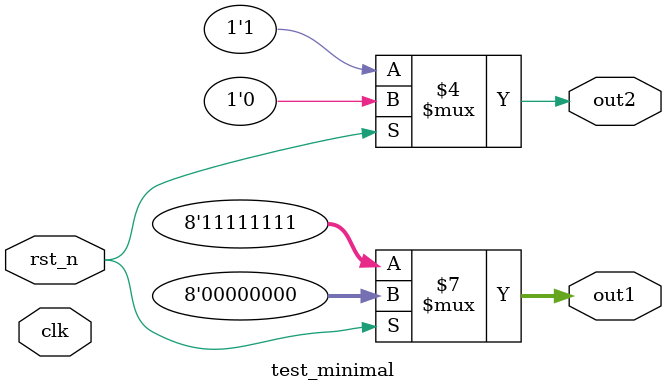
<source format=v>
module test_minimal (
    input wire clk,
    input wire rst_n,
    output reg [7:0] out1,
    output reg out2
);

always @* begin
    out1 = 8'h00;
    out2 = 1'b0;
    
    if (!rst_n) begin
        out1 = 8'hFF;
        out2 = 1'b1;
    end
end

endmodule

</source>
